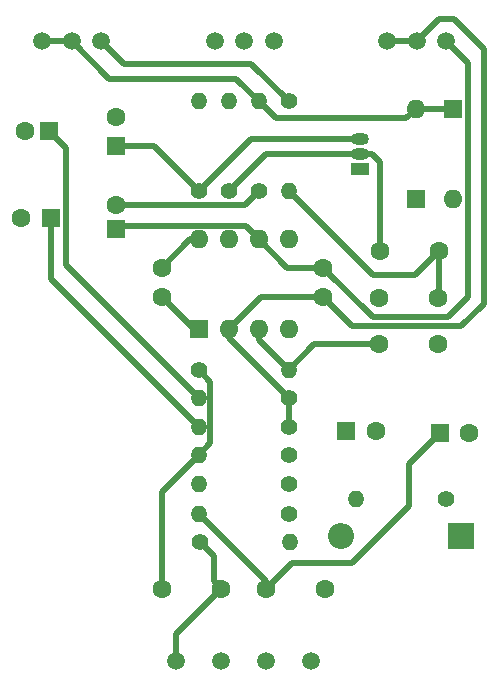
<source format=gbr>
%TF.GenerationSoftware,KiCad,Pcbnew,8.0.7*%
%TF.CreationDate,2025-03-23T16:44:47+13:00*%
%TF.ProjectId,ProCo Rat,50726f43-6f20-4526-9174-2e6b69636164,rev?*%
%TF.SameCoordinates,Original*%
%TF.FileFunction,Copper,L1,Top*%
%TF.FilePolarity,Positive*%
%FSLAX46Y46*%
G04 Gerber Fmt 4.6, Leading zero omitted, Abs format (unit mm)*
G04 Created by KiCad (PCBNEW 8.0.7) date 2025-03-23 16:44:47*
%MOMM*%
%LPD*%
G01*
G04 APERTURE LIST*
%TA.AperFunction,ComponentPad*%
%ADD10C,1.400000*%
%TD*%
%TA.AperFunction,ComponentPad*%
%ADD11O,1.400000X1.400000*%
%TD*%
%TA.AperFunction,ComponentPad*%
%ADD12C,1.600000*%
%TD*%
%TA.AperFunction,ComponentPad*%
%ADD13R,2.200000X2.200000*%
%TD*%
%TA.AperFunction,ComponentPad*%
%ADD14O,2.200000X2.200000*%
%TD*%
%TA.AperFunction,ComponentPad*%
%ADD15C,1.500000*%
%TD*%
%TA.AperFunction,ComponentPad*%
%ADD16R,1.600000X1.600000*%
%TD*%
%TA.AperFunction,ComponentPad*%
%ADD17O,1.600000X1.600000*%
%TD*%
%TA.AperFunction,ComponentPad*%
%ADD18R,1.500000X1.050000*%
%TD*%
%TA.AperFunction,ComponentPad*%
%ADD19O,1.500000X1.050000*%
%TD*%
%TA.AperFunction,Conductor*%
%ADD20C,0.500000*%
%TD*%
G04 APERTURE END LIST*
D10*
%TO.P,1K,1*%
%TO.N,Net-(C10-Pad2)*%
X140970000Y-58420000D03*
D11*
%TO.P,1K,2*%
%TO.N,Net-(D2-A)*%
X140970000Y-50800000D03*
%TD*%
D12*
%TO.P,22n,1*%
%TO.N,Net-(C11-Pad1)*%
X156210000Y-63500000D03*
%TO.P,22n,2*%
%TO.N,Net-(Q1-B)*%
X151210000Y-63500000D03*
%TD*%
%TO.P,3.3n,1*%
%TO.N,Net-(C11-Pad1)*%
X156170000Y-67437000D03*
%TO.P,3.3n,2*%
%TO.N,GND*%
X151170000Y-67437000D03*
%TD*%
D10*
%TO.P,100K,1*%
%TO.N,+4.5V*%
X143510000Y-85725000D03*
D11*
%TO.P,100K,2*%
%TO.N,Net-(C3-Pad1)*%
X135890000Y-85725000D03*
%TD*%
D12*
%TO.P,33p,1*%
%TO.N,Net-(C6-Pad1)*%
X132760000Y-67377000D03*
%TO.P,33p,2*%
%TO.N,Net-(C6-Pad2)*%
X132760000Y-64877000D03*
%TD*%
D13*
%TO.P,5817,1,K*%
%TO.N,GND*%
X158115000Y-87630000D03*
D14*
%TO.P,5817,2,A*%
%TO.N,Net-(D1-A)*%
X147955000Y-87630000D03*
%TD*%
D10*
%TO.P,1M,1*%
%TO.N,+4.5V*%
X143510000Y-80772000D03*
D11*
%TO.P,1M,2*%
%TO.N,Net-(C1-Pad2)*%
X135890000Y-80772000D03*
%TD*%
D15*
%TO.P,Volume,1,1*%
%TO.N,Net-(C13-Pad2)*%
X137240000Y-45720000D03*
%TO.P,Volume,2,2*%
%TO.N,Net-(H4-Pad1)*%
X139740000Y-45720000D03*
%TO.P,Volume,3,3*%
%TO.N,GND*%
X142240000Y-45720000D03*
%TD*%
D16*
%TO.P,100u,1*%
%TO.N,Net-(C3-Pad1)*%
X156297621Y-78867000D03*
D12*
%TO.P,100u,2*%
%TO.N,GND*%
X158797621Y-78867000D03*
%TD*%
D10*
%TO.P,1.5K,1*%
%TO.N,Net-(P2-Pad3)*%
X143510000Y-50800000D03*
D11*
%TO.P,1.5K,2*%
%TO.N,Net-(C11-Pad1)*%
X143510000Y-58420000D03*
%TD*%
D15*
%TO.P,9V,1,1*%
%TO.N,+9V*%
X141605000Y-98171000D03*
%TD*%
D12*
%TO.P,22n,1*%
%TO.N,Net-(C1-Pad1)*%
X137795000Y-92075000D03*
%TO.P,22n,2*%
%TO.N,Net-(C1-Pad2)*%
X132795000Y-92075000D03*
%TD*%
%TO.P,100n,1*%
%TO.N,Net-(C3-Pad1)*%
X141605000Y-92075000D03*
%TO.P,100n,2*%
%TO.N,GND*%
X146605000Y-92075000D03*
%TD*%
D16*
%TO.P,OP07,1,VOS*%
%TO.N,Net-(C6-Pad1)*%
X135890000Y-70104000D03*
D17*
%TO.P,OP07,2,-*%
%TO.N,Net-(U1--)*%
X138430000Y-70104000D03*
%TO.P,OP07,3,+*%
%TO.N,Net-(U1-+)*%
X140970000Y-70104000D03*
%TO.P,OP07,4,V-*%
%TO.N,GND*%
X143510000Y-70104000D03*
%TO.P,OP07,5,NC*%
%TO.N,unconnected-(U1-NC-Pad5)*%
X143510000Y-62484000D03*
%TO.P,OP07,6*%
%TO.N,Net-(C10-Pad1)*%
X140970000Y-62484000D03*
%TO.P,OP07,7,V+*%
%TO.N,+9V*%
X138430000Y-62484000D03*
%TO.P,OP07,8,VOS*%
%TO.N,Net-(C6-Pad2)*%
X135890000Y-62484000D03*
%TD*%
D12*
%TO.P,1n,1*%
%TO.N,GND*%
X156170000Y-71374000D03*
%TO.P,1n,2*%
%TO.N,Net-(U1-+)*%
X151170000Y-71374000D03*
%TD*%
D15*
%TO.P,Tone,1,1*%
%TO.N,Net-(D2-A)*%
X122635000Y-45720000D03*
%TO.P,Tone,2,2*%
X125135000Y-45720000D03*
%TO.P,Tone,3,3*%
%TO.N,Net-(P2-Pad3)*%
X127635000Y-45720000D03*
%TD*%
D16*
%TO.P,4.7u,1*%
%TO.N,Net-(C10-Pad1)*%
X128905000Y-61595000D03*
D12*
%TO.P,4.7u,2*%
%TO.N,Net-(C10-Pad2)*%
X128905000Y-59595000D03*
%TD*%
D10*
%TO.P,510R,1*%
%TO.N,Net-(U1--)*%
X143510000Y-75946000D03*
D11*
%TO.P,510R,2*%
%TO.N,Net-(C9-Pad1)*%
X135890000Y-75946000D03*
%TD*%
D16*
%TO.P,914,1,K*%
%TO.N,GND*%
X154284000Y-59055000D03*
D17*
%TO.P,914,2,A*%
%TO.N,Net-(D2-A)*%
X154284000Y-51435000D03*
%TD*%
D15*
%TO.P,In,1,1*%
%TO.N,Net-(C1-Pad1)*%
X133985000Y-98171000D03*
%TD*%
D12*
%TO.P,100p,1*%
%TO.N,Net-(C10-Pad1)*%
X146431000Y-64897000D03*
%TO.P,100p,2*%
%TO.N,Net-(U1--)*%
X146431000Y-67397000D03*
%TD*%
D15*
%TO.P,GND,1,1*%
%TO.N,GND*%
X145415000Y-98171000D03*
%TD*%
D10*
%TO.P,1M,1*%
%TO.N,Net-(Q1-B)*%
X138430000Y-58420000D03*
D11*
%TO.P,1M,2*%
%TO.N,GND*%
X138430000Y-50800000D03*
%TD*%
D10*
%TO.P,1K,1*%
%TO.N,Net-(C1-Pad2)*%
X135890000Y-73533000D03*
D11*
%TO.P,1K,2*%
%TO.N,Net-(U1-+)*%
X143510000Y-73533000D03*
%TD*%
D10*
%TO.P,10K,1*%
%TO.N,Net-(Q1-E)*%
X135890000Y-58420000D03*
D11*
%TO.P,10K,2*%
%TO.N,GND*%
X135890000Y-50800000D03*
%TD*%
D10*
%TO.P,100R,1*%
%TO.N,+9V*%
X156845000Y-84455000D03*
D11*
%TO.P,100R,2*%
%TO.N,Net-(D1-A)*%
X149225000Y-84455000D03*
%TD*%
D10*
%TO.P,51R,1*%
%TO.N,Net-(U1--)*%
X143510000Y-78359000D03*
D11*
%TO.P,51R,2*%
%TO.N,Net-(C8-Pad1)*%
X135890000Y-78359000D03*
%TD*%
D10*
%TO.P,100K,1*%
%TO.N,Net-(D1-A)*%
X143510000Y-83185000D03*
D11*
%TO.P,100K,2*%
%TO.N,+4.5V*%
X135890000Y-83185000D03*
%TD*%
D16*
%TO.P,914,1,K*%
%TO.N,Net-(D2-A)*%
X157459000Y-51435000D03*
D17*
%TO.P,914,2,A*%
%TO.N,GND*%
X157459000Y-59055000D03*
%TD*%
D15*
%TO.P,Gain,1,1*%
%TO.N,Net-(U1--)*%
X151845000Y-45720000D03*
%TO.P,Gain,2,2*%
X154345000Y-45720000D03*
%TO.P,Gain,3,3*%
%TO.N,Net-(C10-Pad1)*%
X156845000Y-45720000D03*
%TD*%
D10*
%TO.P,1M,1*%
%TO.N,Net-(C1-Pad1)*%
X136017000Y-88138000D03*
D11*
%TO.P,1M,2*%
%TO.N,GND*%
X143637000Y-88138000D03*
%TD*%
D16*
%TO.P,1u,1*%
%TO.N,+4.5V*%
X148376000Y-78740000D03*
D12*
%TO.P,1u,2*%
%TO.N,GND*%
X150876000Y-78740000D03*
%TD*%
D16*
%TO.P,4.7u,1*%
%TO.N,Net-(C9-Pad1)*%
X123190000Y-53340000D03*
D12*
%TO.P,4.7u,2*%
%TO.N,GND*%
X121190000Y-53340000D03*
%TD*%
D16*
%TO.P,1u,1*%
%TO.N,Net-(Q1-E)*%
X128905000Y-54610000D03*
D12*
%TO.P,1u,2*%
%TO.N,Net-(C13-Pad2)*%
X128905000Y-52110000D03*
%TD*%
D15*
%TO.P,Out,1,1*%
%TO.N,Net-(H4-Pad1)*%
X137795000Y-98171000D03*
%TD*%
D18*
%TO.P,5458,1,C*%
%TO.N,+9V*%
X149585000Y-56515000D03*
D19*
%TO.P,5458,2,B*%
%TO.N,Net-(Q1-B)*%
X149585000Y-55245000D03*
%TO.P,5458,3,E*%
%TO.N,Net-(Q1-E)*%
X149585000Y-53975000D03*
%TD*%
D16*
%TO.P,2.2u,1*%
%TO.N,Net-(C8-Pad1)*%
X123379113Y-60706000D03*
D12*
%TO.P,2.2u,2*%
%TO.N,GND*%
X120879113Y-60706000D03*
%TD*%
D20*
%TO.N,Net-(C1-Pad1)*%
X137160000Y-91440000D02*
X137160000Y-89281000D01*
X133985000Y-98171000D02*
X133985000Y-95885000D01*
X137795000Y-92075000D02*
X137160000Y-91440000D01*
X137160000Y-89281000D02*
X136017000Y-88138000D01*
X133985000Y-95885000D02*
X137795000Y-92075000D01*
%TO.N,Net-(C1-Pad2)*%
X132795000Y-83867000D02*
X135890000Y-80772000D01*
X135890000Y-73533000D02*
X136890000Y-74533000D01*
X136890000Y-74533000D02*
X136890000Y-79772000D01*
X136890000Y-79772000D02*
X135890000Y-80772000D01*
X132795000Y-92075000D02*
X132795000Y-83867000D01*
%TO.N,Net-(C3-Pad1)*%
X153670000Y-81494621D02*
X156297621Y-78867000D01*
X148844000Y-89916000D02*
X153670000Y-85090000D01*
X141605000Y-91440000D02*
X141605000Y-92075000D01*
X143764000Y-89916000D02*
X148844000Y-89916000D01*
X153670000Y-85090000D02*
X153670000Y-81494621D01*
X135890000Y-85725000D02*
X141605000Y-91440000D01*
X141605000Y-92075000D02*
X143764000Y-89916000D01*
%TO.N,Net-(U1-+)*%
X145669000Y-71374000D02*
X143510000Y-73533000D01*
X140970000Y-70993000D02*
X140970000Y-70104000D01*
X143510000Y-73533000D02*
X140970000Y-70993000D01*
X151170000Y-71374000D02*
X145669000Y-71374000D01*
%TO.N,Net-(C6-Pad2)*%
X135153000Y-62484000D02*
X135890000Y-62484000D01*
X132760000Y-64877000D02*
X135153000Y-62484000D01*
%TO.N,Net-(C6-Pad1)*%
X132760000Y-67377000D02*
X135487000Y-70104000D01*
X135487000Y-70104000D02*
X135890000Y-70104000D01*
%TO.N,Net-(C10-Pad1)*%
X158709000Y-47584000D02*
X156845000Y-45720000D01*
X150622000Y-69088000D02*
X146431000Y-64897000D01*
X156972000Y-69088000D02*
X150622000Y-69088000D01*
X139870000Y-61384000D02*
X140970000Y-62484000D01*
X128905000Y-61595000D02*
X129116000Y-61384000D01*
X158709000Y-67351000D02*
X156972000Y-69088000D01*
X129116000Y-61384000D02*
X139870000Y-61384000D01*
X143383000Y-64897000D02*
X140970000Y-62484000D01*
X146431000Y-64897000D02*
X143383000Y-64897000D01*
X158709000Y-47584000D02*
X158709000Y-67351000D01*
%TO.N,Net-(U1--)*%
X154345000Y-45720000D02*
X151845000Y-45720000D01*
X143510000Y-78359000D02*
X143510000Y-75946000D01*
X156210000Y-43855000D02*
X154345000Y-45720000D01*
X148884000Y-69850000D02*
X146431000Y-67397000D01*
X160020000Y-46355000D02*
X160020000Y-67945000D01*
X138430000Y-70104000D02*
X138430000Y-70866000D01*
X141137000Y-67397000D02*
X138430000Y-70104000D01*
X160020000Y-67945000D02*
X158115000Y-69850000D01*
X157480000Y-43815000D02*
X160020000Y-46355000D01*
X156210000Y-43815000D02*
X156210000Y-43855000D01*
X146431000Y-67397000D02*
X141137000Y-67397000D01*
X138430000Y-70866000D02*
X143510000Y-75946000D01*
X156210000Y-43815000D02*
X157480000Y-43815000D01*
X158115000Y-69850000D02*
X148884000Y-69850000D01*
%TO.N,Net-(C8-Pad1)*%
X123379113Y-65848113D02*
X135890000Y-78359000D01*
X123379113Y-60706000D02*
X123379113Y-65848113D01*
%TO.N,Net-(C9-Pad1)*%
X124629113Y-54779113D02*
X123190000Y-53340000D01*
X135890000Y-75946000D02*
X124629113Y-64685113D01*
X124629113Y-64685113D02*
X124629113Y-54779113D01*
%TO.N,Net-(C10-Pad2)*%
X140970000Y-58420000D02*
X139795000Y-59595000D01*
X139795000Y-59595000D02*
X128905000Y-59595000D01*
%TO.N,Net-(C11-Pad1)*%
X143510000Y-58420000D02*
X150622000Y-65532000D01*
X156210000Y-63500000D02*
X156210000Y-67397000D01*
X150622000Y-65532000D02*
X154178000Y-65532000D01*
X154178000Y-65532000D02*
X156210000Y-63500000D01*
X156210000Y-67397000D02*
X156170000Y-67437000D01*
%TO.N,Net-(Q1-B)*%
X149585000Y-55245000D02*
X141605000Y-55245000D01*
X151210000Y-55920000D02*
X151210000Y-63500000D01*
X141605000Y-55245000D02*
X138430000Y-58420000D01*
X150535000Y-55245000D02*
X151210000Y-55920000D01*
X149585000Y-55245000D02*
X150535000Y-55245000D01*
%TO.N,Net-(Q1-E)*%
X149585000Y-53975000D02*
X140335000Y-53975000D01*
X128905000Y-54610000D02*
X132080000Y-54610000D01*
X132080000Y-54610000D02*
X135890000Y-58420000D01*
X140335000Y-53975000D02*
X135890000Y-58420000D01*
%TO.N,Net-(D2-A)*%
X125135000Y-45720000D02*
X122635000Y-45720000D01*
X153484001Y-52234999D02*
X142404999Y-52234999D01*
X128310000Y-48895000D02*
X139065000Y-48895000D01*
X154284000Y-51435000D02*
X153484001Y-52234999D01*
X128310000Y-48895000D02*
X125135000Y-45720000D01*
X142404999Y-52234999D02*
X140970000Y-50800000D01*
X154284000Y-51435000D02*
X157459000Y-51435000D01*
X139065000Y-48895000D02*
X140970000Y-50800000D01*
%TO.N,Net-(P2-Pad3)*%
X140335000Y-47625000D02*
X143510000Y-50800000D01*
X129540000Y-47625000D02*
X127635000Y-45720000D01*
X129540000Y-47625000D02*
X140335000Y-47625000D01*
%TD*%
M02*

</source>
